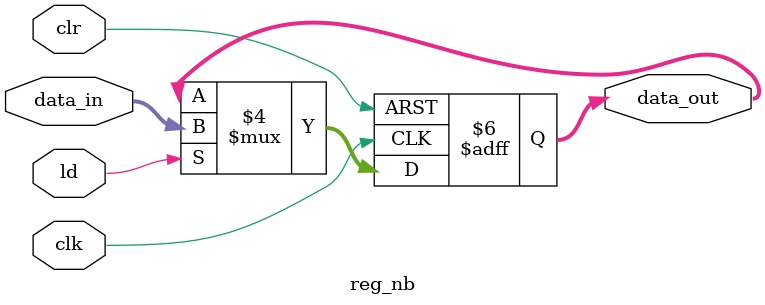
<source format=sv>
`timescale 1ns / 1ps
`default_nettype wire


module reg_nb #(parameter n=8) (
    input [n-1:0] data_in,
    input clk, 
	input clr, 
	input ld, 
    output [n-1:0] data_out  
    ); 

    
    always_ff @(posedge clr, posedge clk) begin 
        if (clr == 1)       // asynch clr
            data_out <= 0;
        else if (ld == 1)   // synch load
            data_out <= data_in; 
    end
endmodule


</source>
